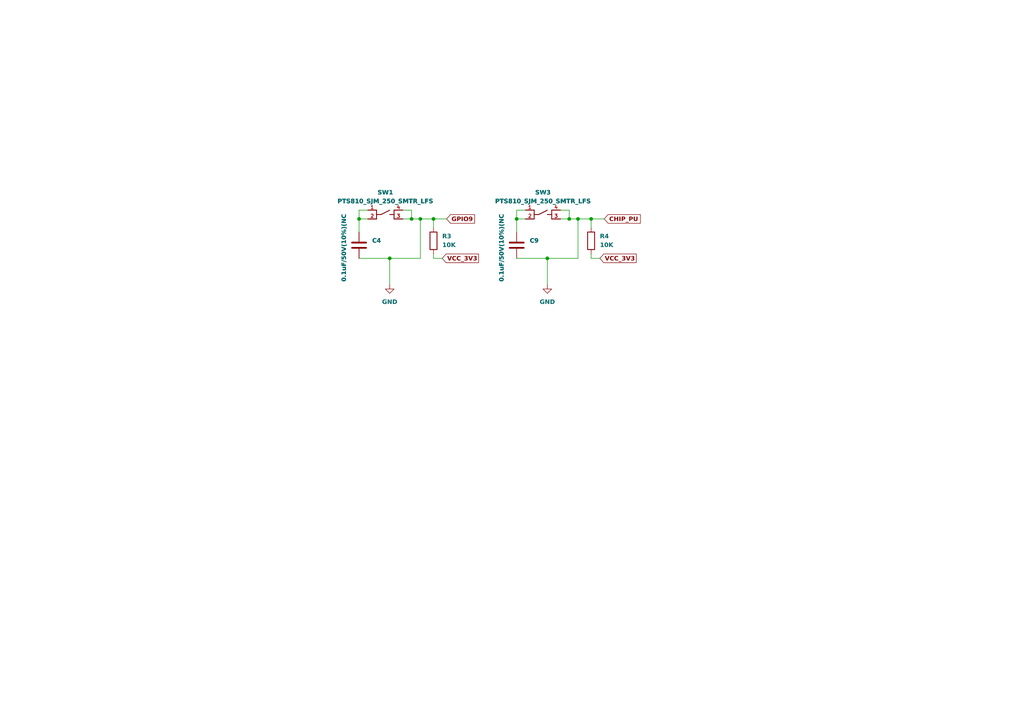
<source format=kicad_sch>
(kicad_sch (version 20250114) (generator "eeschema") (generator_version "9.0")
  (paper "A4")
  (lib_symbols
    (symbol "Device:C" (pin_numbers (hide yes)) (pin_names (offset 0.254))
      (property "Reference" "C" (at 0.635 2.54 0))
      (property "Value" "C" (at 0.635 -2.54 0))
      (symbol "C_0_1"
        (polyline (pts (xy -2.032 0.762) (xy 2.032 0.762)) (stroke (width 0.508)))
        (polyline (pts (xy -2.032 -0.762) (xy 2.032 -0.762)) (stroke (width 0.508)))
      )
      (symbol "C_1_1"
        (pin passive line (at 0 3.81 270) (length 2.794) (name "~") (number "1"))
        (pin passive line (at 0 -3.81 90) (length 2.794) (name "~") (number "2"))
      )
    )
    (symbol "Device:R" (pin_numbers (hide yes)) (pin_names (offset 0))
      (property "Reference" "R" (at 2.032 0 90))
      (property "Value" "R" (at 0 0 90))
      (symbol "R_0_1"
        (rectangle (start -1.016 -2.54) (end 1.016 2.54) (stroke (width 0.254)))
      )
      (symbol "R_1_1"
        (pin passive line (at 0 3.81 270) (length 1.27) (name "~") (number "1"))
        (pin passive line (at 0 -3.81 90) (length 1.27) (name "~") (number "2"))
      )
    )
    (symbol "PTS810_SJM_250_SMTR_LFS:PTS810_SJM_250_SMTR_LFS" (pin_names (offset 1.016))
      (property "Reference" "SW" (at -3.81 1.27 0))
      (property "Value" "PTS810_SJM_250_SMTR_LFS" (at -5.08 -6.35 0))
      (symbol "PTS810_SJM_250_SMTR_LFS_0_0"
        (polyline (pts (xy -2.54 0) (xy -5.08 0)) (stroke (width 0.254)))
        (polyline (pts (xy -2.54 0) (xy -2.54 -1.27)) (stroke (width 0.254)))
        (polyline (pts (xy -2.54 -1.27) (xy -2.54 -2.54)) (stroke (width 0.254)))
        (polyline (pts (xy -2.54 -1.27) (xy -1.27 -1.27)) (stroke (width 0.254)))
        (polyline (pts (xy -2.54 -2.54) (xy -5.08 -2.54)) (stroke (width 0.254)))
        (polyline (pts (xy -1.27 -1.27) (xy 1.27 0)) (stroke (width 0.254)))
        (polyline (pts (xy 1.27 -1.27) (xy 2.54 -1.27)) (stroke (width 0.254)))
        (polyline (pts (xy 2.54 0) (xy 2.54 -1.27)) (stroke (width 0.254)))
        (polyline (pts (xy 2.54 0) (xy 5.08 0)) (stroke (width 0.254)))
        (polyline (pts (xy 2.54 -1.27) (xy 2.54 -2.54)) (stroke (width 0.254)))
        (polyline (pts (xy 2.54 -2.54) (xy 5.08 -2.54)) (stroke (width 0.254)))
        (pin passive line (at -5.08 0 0) (length 2.54) (name "~") (number "1"))
        (pin passive line (at -5.08 -2.54 0) (length 2.54) (name "~") (number "2"))
        (pin passive line (at 5.08 0 180) (length 2.54) (name "~") (number "4"))
        (pin passive line (at 5.08 -2.54 180) (length 2.54) (name "~") (number "3"))
      )
    )
    (symbol "power:GND" (power) (pin_numbers (hide yes)) (pin_names (offset 0) (hide yes))
      (property "Value" "GND" (at 0 -3.81 0))
      (symbol "GND_0_1"
        (polyline (pts (xy 0 0) (xy 0 -1.27) (xy 1.27 -1.27) (xy 0 -2.54) (xy -1.27 -1.27) (xy 0 -1.27)))
      )
      (symbol "GND_1_1"
        (pin power_in line (at 0 0 270) (length 0) (name "~") (number "1"))
      )
    )
  )
  (junction (at 167.64 63.5))
  (junction (at 104.14 63.5))
  (junction (at 171.45 63.5))
  (junction (at 125.73 63.5))
  (junction (at 119.38 63.5))
  (junction (at 121.92 63.5))
  (junction (at 149.86 63.5))
  (junction (at 113.03 74.93))
  (junction (at 158.75 74.93))
  (junction (at 165.1 63.5))
  (wire (pts (xy 121.92 74.93) (xy 121.92 63.5)))
  (wire (pts (xy 116.84 63.5) (xy 119.38 63.5)))
  (wire (pts (xy 119.38 63.5) (xy 121.92 63.5)))
  (wire (pts (xy 171.45 66.04) (xy 171.45 63.5)))
  (wire (pts (xy 158.75 74.93) (xy 158.75 82.55)))
  (wire (pts (xy 128.27 74.93) (xy 125.73 74.93)))
  (wire (pts (xy 162.56 60.96) (xy 165.1 60.96)))
  (wire (pts (xy 167.64 63.5) (xy 171.45 63.5)))
  (wire (pts (xy 104.14 60.96) (xy 104.14 63.5)))
  (wire (pts (xy 152.4 60.96) (xy 149.86 60.96)))
  (wire (pts (xy 116.84 60.96) (xy 119.38 60.96)))
  (wire (pts (xy 149.86 63.5) (xy 152.4 63.5)))
  (wire (pts (xy 173.99 74.93) (xy 171.45 74.93)))
  (wire (pts (xy 162.56 63.5) (xy 165.1 63.5)))
  (wire (pts (xy 121.92 63.5) (xy 125.73 63.5)))
  (wire (pts (xy 125.73 66.04) (xy 125.73 63.5)))
  (wire (pts (xy 104.14 74.93) (xy 113.03 74.93)))
  (wire (pts (xy 104.14 63.5) (xy 106.68 63.5)))
  (wire (pts (xy 125.73 63.5) (xy 129.54 63.5)))
  (wire (pts (xy 165.1 63.5) (xy 167.64 63.5)))
  (wire (pts (xy 171.45 63.5) (xy 175.26 63.5)))
  (wire (pts (xy 149.86 74.93) (xy 158.75 74.93)))
  (wire (pts (xy 149.86 60.96) (xy 149.86 63.5)))
  (wire (pts (xy 113.03 74.93) (xy 121.92 74.93)))
  (wire (pts (xy 104.14 63.5) (xy 104.14 67.31)))
  (wire (pts (xy 113.03 74.93) (xy 113.03 82.55)))
  (wire (pts (xy 167.64 74.93) (xy 167.64 63.5)))
  (wire (pts (xy 149.86 63.5) (xy 149.86 67.31)))
  (wire (pts (xy 158.75 74.93) (xy 167.64 74.93)))
  (wire (pts (xy 165.1 60.96) (xy 165.1 63.5)))
  (wire (pts (xy 171.45 74.93) (xy 171.45 73.66)))
  (wire (pts (xy 119.38 60.96) (xy 119.38 63.5)))
  (wire (pts (xy 106.68 60.96) (xy 104.14 60.96)))
  (wire (pts (xy 125.73 74.93) (xy 125.73 73.66)))
  (global_label "VCC_3V3" (shape input) (at 128.27 74.93 0) (property "Intersheetrefs" "${INTERSHEET_REFS}" (effects (hide yes))))
  (global_label "VCC_3V3" (shape input) (at 173.99 74.93 0) (property "Intersheetrefs" "${INTERSHEET_REFS}" (effects (hide yes))))
  (global_label "GPIO9" (shape input) (at 129.54 63.5 0) (property "Intersheetrefs" "${INTERSHEET_REFS}" (effects (hide yes))))
  (global_label "CHIP_PU" (shape input) (at 175.26 63.5 0) (property "Intersheetrefs" "${INTERSHEET_REFS}" (effects (hide yes))))
  (symbol (lib_id "PTS810_SJM_250_SMTR_LFS:PTS810_SJM_250_SMTR_LFS") (at 157.48 60.96 0) (unit 1)
    (property "Reference" "SW3" (at 157.48 55.88 0))
    (property "Value" "PTS810_SJM_250_SMTR_LFS" (at 157.48 58.42 0))
    (property "Footprint" "PTS810_SJM_250_SMTR_LFS:SW_PTS810_SJM_250_SMTR_LFS" (effects (hide yes)))
    (property "MF" "C&K" (effects (hide yes)))
    (property "Description_1" "Tactile Switch SPST-NO Top Actuated Surface Mount" (effects (hide yes)))
    (property "Package" "None" (effects (hide yes)))
    (property "Price" "None" (effects (hide yes)))
    (property "Check_prices" "https://www.snapeda.com/parts/PTS810SJM250SMTRLFS/C%2526K/view-part/?ref=eda" (effects (hide yes)))
    (property "STANDARD" "Manufacturer Recommendations" (effects (hide yes)))
    (property "SnapEDA_Link" "https://www.snapeda.com/parts/PTS810SJM250SMTRLFS/C%2526K/view-part/?ref=snap" (effects (hide yes)))
    (property "MP" "PTS810SJM250SMTRLFS" (effects (hide yes)))
    (property "Availability" "In Stock" (effects (hide yes)))
    (property "MANUFACTURER" "CnK" (effects (hide yes)))
  )
  (symbol (lib_id "power:GND") (at 113.03 82.55 0) (unit 1)
    (property "Reference" "#PWR02" (effects (hide yes)))
    (property "Value" "GND" (at 113.03 87.63 0))
    (property "Description" "Power symbol creates a global label with name \"GND\" , ground" (effects (hide yes)))
  )
  (symbol (lib_id "Device:R") (at 125.73 69.85 0) (unit 1)
    (property "Reference" "R3" (at 128.27 68.5799 0) (effects (justify left)))
    (property "Value" "10K" (at 128.27 71.1199 0) (effects (justify left)))
    (property "Description" "Resistor" (effects (hide yes)))
  )
  (symbol (lib_id "Device:C") (at 104.14 71.12 0) (unit 1)
    (property "Reference" "C4" (at 107.95 69.8499 0) (effects (justify left)))
    (property "Value" "0.1uF/50V(10%)(NC" (at 99.822 81.534 90) (effects (justify left)))
    (property "Description" "Unpolarized capacitor" (effects (hide yes)))
  )
  (symbol (lib_id "power:GND") (at 158.75 82.55 0) (unit 1)
    (property "Reference" "#PWR07" (effects (hide yes)))
    (property "Value" "GND" (at 158.75 87.63 0))
    (property "Description" "Power symbol creates a global label with name \"GND\" , ground" (effects (hide yes)))
  )
  (symbol (lib_id "Device:C") (at 149.86 71.12 0) (unit 1)
    (property "Reference" "C9" (at 153.67 69.8499 0) (effects (justify left)))
    (property "Value" "0.1uF/50V(10%)(NC" (at 145.542 81.534 90) (effects (justify left)))
    (property "Description" "Unpolarized capacitor" (effects (hide yes)))
  )
  (symbol (lib_id "PTS810_SJM_250_SMTR_LFS:PTS810_SJM_250_SMTR_LFS") (at 111.76 60.96 0) (unit 1)
    (property "Reference" "SW1" (at 111.76 55.88 0))
    (property "Value" "PTS810_SJM_250_SMTR_LFS" (at 111.76 58.42 0))
    (property "Footprint" "PTS810_SJM_250_SMTR_LFS:SW_PTS810_SJM_250_SMTR_LFS" (effects (hide yes)))
    (property "MF" "C&K" (effects (hide yes)))
    (property "Description_1" "Tactile Switch SPST-NO Top Actuated Surface Mount" (effects (hide yes)))
    (property "Package" "None" (effects (hide yes)))
    (property "Price" "None" (effects (hide yes)))
    (property "Check_prices" "https://www.snapeda.com/parts/PTS810SJM250SMTRLFS/C%2526K/view-part/?ref=eda" (effects (hide yes)))
    (property "STANDARD" "Manufacturer Recommendations" (effects (hide yes)))
    (property "SnapEDA_Link" "https://www.snapeda.com/parts/PTS810SJM250SMTRLFS/C%2526K/view-part/?ref=snap" (effects (hide yes)))
    (property "MP" "PTS810SJM250SMTRLFS" (effects (hide yes)))
    (property "Availability" "In Stock" (effects (hide yes)))
    (property "MANUFACTURER" "CnK" (effects (hide yes)))
  )
  (symbol (lib_id "Device:R") (at 171.45 69.85 0) (unit 1)
    (property "Reference" "R4" (at 173.99 68.5799 0) (effects (justify left)))
    (property "Value" "10K" (at 173.99 71.1199 0) (effects (justify left)))
    (property "Description" "Resistor" (effects (hide yes)))
  )
)
</source>
